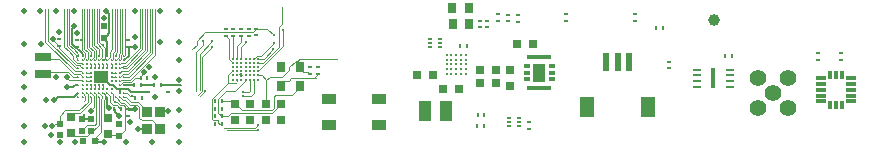
<source format=gtl>
G04*
G04 #@! TF.GenerationSoftware,Altium Limited,Altium Designer,24.5.2 (23)*
G04*
G04 Layer_Physical_Order=1*
G04 Layer_Color=255*
%FSLAX44Y44*%
%MOMM*%
G71*
G04*
G04 #@! TF.SameCoordinates,592061D7-B9A1-4A66-9416-76F5012AC85A*
G04*
G04*
G04 #@! TF.FilePolarity,Positive*
G04*
G01*
G75*
%ADD12C,0.1500*%
%ADD13C,0.1250*%
%ADD14C,0.2500*%
%ADD17C,0.2000*%
%ADD20C,0.2540*%
%ADD22R,0.8000X0.7500*%
%ADD23R,0.2700X0.3000*%
%ADD24R,0.3000X0.2700*%
G04:AMPARAMS|DCode=25|XSize=0.2339mm|YSize=0.2339mm|CornerRadius=0.117mm|HoleSize=0mm|Usage=FLASHONLY|Rotation=0.000|XOffset=0mm|YOffset=0mm|HoleType=Round|Shape=RoundedRectangle|*
%AMROUNDEDRECTD25*
21,1,0.2339,0.0000,0,0,0.0*
21,1,0.0000,0.2339,0,0,0.0*
1,1,0.2339,0.0000,0.0000*
1,1,0.2339,0.0000,0.0000*
1,1,0.2339,0.0000,0.0000*
1,1,0.2339,0.0000,0.0000*
%
%ADD25ROUNDEDRECTD25*%
%ADD26R,0.6500X0.8499*%
%ADD27R,1.2000X1.8000*%
%ADD28R,0.6000X1.5500*%
%ADD29R,1.2000X0.9500*%
%ADD30R,0.3500X0.2000*%
%ADD31R,0.7620X0.8128*%
%ADD32R,0.3000X0.8000*%
%ADD33R,0.9250X0.3000*%
%ADD34R,0.7112X0.2540*%
%ADD35R,0.3048X1.7018*%
%ADD36C,0.1930*%
%ADD39C,0.1700*%
%ADD40R,0.7500X0.8000*%
%ADD41R,1.1300X1.8200*%
%ADD42R,0.5000X0.6000*%
%ADD43R,0.6000X0.5000*%
%ADD44R,1.4000X0.7500*%
%ADD45R,0.8500X0.9500*%
%ADD75C,1.0000*%
%ADD76R,0.5500X0.3500*%
%ADD77R,1.1000X1.5000*%
%ADD78R,2.1000X0.3500*%
%ADD79C,0.0889*%
%ADD80C,0.1050*%
%ADD81C,0.1700*%
%ADD82C,0.1650*%
%ADD83C,0.1580*%
%ADD84R,1.2500X1.0000*%
%ADD85C,1.4001*%
%ADD86C,0.2339*%
%ADD87C,0.2000*%
%ADD88C,0.5000*%
%ADD89C,0.2500*%
D12*
X45200Y87905D02*
X54235Y78869D01*
Y77515D02*
Y78869D01*
X72500Y92500D02*
Y93000D01*
Y92000D02*
Y92500D01*
X75000Y115250D02*
X76925Y113325D01*
Y96925D02*
Y113325D01*
X72500Y93000D02*
X74250Y94750D01*
X74750D01*
X93000Y85400D02*
X98400D01*
X93150Y77652D02*
Y85250D01*
X89536Y74038D02*
X93150Y77652D01*
X93000Y85400D02*
X93150Y85250D01*
X89288Y74038D02*
X89536D01*
X89250Y74000D02*
X89288Y74038D01*
X74750Y94750D02*
X76925Y96925D01*
X74250Y90250D02*
X74371D01*
X75250Y77500D02*
Y89372D01*
X74371Y90250D02*
X75250Y89372D01*
X72500Y92000D02*
X74250Y90250D01*
X45200Y87905D02*
Y100700D01*
X85750Y46000D02*
Y49500D01*
X65500Y4250D02*
X72500D01*
X75250Y34852D02*
Y42500D01*
X54235Y77515D02*
X54250Y77500D01*
X45200Y100700D02*
X47000Y102500D01*
D13*
X61250Y67350D02*
Y70500D01*
X64750Y67350D02*
Y70500D01*
X68250Y67350D02*
Y70500D01*
X71750Y67350D02*
Y70500D01*
X78750Y67350D02*
Y70500D01*
X75250Y67350D02*
Y70500D01*
X78750Y63500D02*
X82250D01*
X78750Y60000D02*
X82250D01*
X71750Y49500D02*
Y52650D01*
X61250Y49500D02*
Y52650D01*
X61250Y52650D02*
X61250Y52650D01*
X64750Y49500D02*
Y52650D01*
X64750Y52650D02*
X64750Y52650D01*
X68250Y49500D02*
Y52650D01*
X68250Y52650D02*
X68250Y52650D01*
X57750Y63500D02*
X61250D01*
X57750Y60000D02*
X61250D01*
X57750Y56500D02*
X61250D01*
D14*
X93000Y32350D02*
X93100Y32250D01*
X98250D01*
D17*
X81500Y30250D02*
X85000Y26750D01*
X120454Y30850D02*
X126844D01*
X120052Y30448D02*
X120454Y30850D01*
X101250Y15714D02*
X108318Y15714D01*
X108552Y15948D01*
X53750Y24000D02*
X55246Y25496D01*
Y28246D01*
X81500Y30250D02*
Y32150D01*
X55246Y28246D02*
X55750Y28750D01*
X61750Y24000D02*
X62000D01*
X54000D02*
X61750D01*
X63000D02*
X63250Y24250D01*
X81150Y32500D02*
X81500Y32150D01*
D20*
X187536Y62230D02*
X188766Y61000D01*
X187536Y62230D02*
Y62500D01*
D22*
X209776Y36595D02*
D03*
Y23094D02*
D03*
X195806Y36595D02*
D03*
Y23094D02*
D03*
X183614Y36595D02*
D03*
Y23094D02*
D03*
X221968Y36595D02*
D03*
Y23094D02*
D03*
X416250Y52250D02*
D03*
Y65750D02*
D03*
X75750Y11750D02*
D03*
Y25250D02*
D03*
X44250Y26000D02*
D03*
Y12500D02*
D03*
D23*
X171860Y19684D02*
D03*
X166160D02*
D03*
X171860Y32892D02*
D03*
X166160D02*
D03*
X171860Y39242D02*
D03*
X166160D02*
D03*
X171860Y26288D02*
D03*
X166160D02*
D03*
X545600Y101000D02*
D03*
X539900D02*
D03*
X393950Y18250D02*
D03*
X388250D02*
D03*
X394500Y27250D02*
D03*
X388800D02*
D03*
X603850Y77250D02*
D03*
X598150D02*
D03*
X379633Y86250D02*
D03*
X373933Y86250D02*
D03*
X86850Y32500D02*
D03*
X81150D02*
D03*
X98900Y41500D02*
D03*
X104600D02*
D03*
X103601Y53001D02*
D03*
X97901Y53001D02*
D03*
X103400Y58750D02*
D03*
X109100D02*
D03*
X114901Y53001D02*
D03*
X120601Y53001D02*
D03*
D24*
X253718Y68001D02*
D03*
Y62300D02*
D03*
X246860Y68001D02*
D03*
Y62300D02*
D03*
X195092Y100531D02*
D03*
Y94831D02*
D03*
X188614Y100531D02*
D03*
Y94831D02*
D03*
X181756Y100277D02*
D03*
Y94577D02*
D03*
X175406Y100277D02*
D03*
Y94577D02*
D03*
X201442Y94873D02*
D03*
Y100573D02*
D03*
X550750Y72750D02*
D03*
Y67050D02*
D03*
X423000Y112100D02*
D03*
Y106400D02*
D03*
X414000Y112600D02*
D03*
Y106900D02*
D03*
X432250Y21500D02*
D03*
Y15800D02*
D03*
X522294Y113109D02*
D03*
Y107409D02*
D03*
X463791Y113109D02*
D03*
Y107409D02*
D03*
X405538Y113109D02*
D03*
Y107409D02*
D03*
X696750Y74150D02*
D03*
Y79850D02*
D03*
X677000Y74150D02*
D03*
Y79850D02*
D03*
X396500Y107350D02*
D03*
X390500D02*
D03*
X396500Y101650D02*
D03*
X390500D02*
D03*
X126250Y52850D02*
D03*
Y47150D02*
D03*
X34500Y91850D02*
D03*
Y86150D02*
D03*
X93000Y32350D02*
D03*
Y26650D02*
D03*
X109250Y47150D02*
D03*
Y52850D02*
D03*
X49500Y91100D02*
D03*
Y85400D02*
D03*
X93000Y91100D02*
D03*
Y85400D02*
D03*
D25*
X181749Y75000D02*
D03*
X185250D02*
D03*
X188750D02*
D03*
X192250D02*
D03*
X195750D02*
D03*
X199250D02*
D03*
X202750D02*
D03*
X181749Y71500D02*
D03*
X185250D02*
D03*
X188750D02*
D03*
X192250D02*
D03*
X195750D02*
D03*
X199250D02*
D03*
X202750D02*
D03*
X181749Y68000D02*
D03*
X185250D02*
D03*
X188750D02*
D03*
X192250D02*
D03*
X195750D02*
D03*
X199250D02*
D03*
X202750D02*
D03*
X181749Y64500D02*
D03*
X185250D02*
D03*
X188750D02*
D03*
X192250D02*
D03*
X195750D02*
D03*
X199250D02*
D03*
X202750D02*
D03*
X181749Y61000D02*
D03*
X185250D02*
D03*
X188750D02*
D03*
X192250D02*
D03*
X195750D02*
D03*
X199250D02*
D03*
X202750D02*
D03*
X181749Y57500D02*
D03*
X185250D02*
D03*
X188750D02*
D03*
X192250D02*
D03*
X195750D02*
D03*
X199250D02*
D03*
X202750D02*
D03*
D26*
X238346Y52321D02*
D03*
X221846D02*
D03*
Y67820D02*
D03*
X238346D02*
D03*
D27*
X533250Y34000D02*
D03*
X481250D02*
D03*
D28*
X517250Y72750D02*
D03*
X507250D02*
D03*
X497250D02*
D03*
D29*
X305000Y40750D02*
D03*
Y19250D02*
D03*
X263000Y40750D02*
D03*
Y19250D02*
D03*
D30*
X415000Y18000D02*
D03*
Y21500D02*
D03*
Y25000D02*
D03*
X423500Y18000D02*
D03*
Y21500D02*
D03*
Y25000D02*
D03*
X356500Y84750D02*
D03*
X348000Y91750D02*
D03*
X356500D02*
D03*
Y88250D02*
D03*
X348000Y84750D02*
D03*
Y88250D02*
D03*
D31*
X381485Y104500D02*
D03*
X367515D02*
D03*
X367265Y118000D02*
D03*
X381235D02*
D03*
D32*
X687000Y61750D02*
D03*
X692000D02*
D03*
X697000D02*
D03*
Y36250D02*
D03*
X692000D02*
D03*
X687000D02*
D03*
D33*
X704875Y59000D02*
D03*
Y54000D02*
D03*
Y49000D02*
D03*
Y44000D02*
D03*
Y39000D02*
D03*
X679125D02*
D03*
Y44000D02*
D03*
Y49000D02*
D03*
Y54000D02*
D03*
Y59000D02*
D03*
D34*
X574371Y66001D02*
D03*
Y61001D02*
D03*
Y56001D02*
D03*
Y51001D02*
D03*
X602312D02*
D03*
Y56001D02*
D03*
Y61001D02*
D03*
Y66001D02*
D03*
D35*
X588341Y58501D02*
D03*
D36*
X378500Y78500D02*
D03*
X374500Y74500D02*
D03*
Y78500D02*
D03*
X378500Y74500D02*
D03*
Y70500D02*
D03*
X374500D02*
D03*
X370500Y78500D02*
D03*
Y74500D02*
D03*
X366500D02*
D03*
X370500Y66500D02*
D03*
Y70500D02*
D03*
X378500Y62500D02*
D03*
Y66500D02*
D03*
X374500D02*
D03*
Y62500D02*
D03*
X370500D02*
D03*
X366500Y70500D02*
D03*
X366500Y78500D02*
D03*
X362500Y74500D02*
D03*
Y78500D02*
D03*
Y66500D02*
D03*
Y70500D02*
D03*
X366500Y62500D02*
D03*
Y66500D02*
D03*
X362500Y62500D02*
D03*
D39*
X50750Y77500D02*
D03*
X61250Y70500D02*
D03*
X64750D02*
D03*
X68250D02*
D03*
X71750D02*
D03*
X57750Y74000D02*
D03*
X54250Y70500D02*
D03*
X75250D02*
D03*
X78750D02*
D03*
X82250D02*
D03*
X85750D02*
D03*
X54250Y77500D02*
D03*
X61250D02*
D03*
X68250D02*
D03*
X75250D02*
D03*
X82250D02*
D03*
X89250D02*
D03*
X54250Y74000D02*
D03*
X61250D02*
D03*
X64750D02*
D03*
X68250D02*
D03*
X71750D02*
D03*
X75250D02*
D03*
X78750D02*
D03*
X82250D02*
D03*
X85750D02*
D03*
X89250D02*
D03*
X50750Y67000D02*
D03*
X54250D02*
D03*
X57750D02*
D03*
X82250D02*
D03*
X85750D02*
D03*
X89250D02*
D03*
X54250Y63500D02*
D03*
X57750D02*
D03*
X64750D02*
D03*
X68250D02*
D03*
X71750D02*
D03*
X75250D02*
D03*
X82250D02*
D03*
X85750D02*
D03*
X50750Y60000D02*
D03*
X54250D02*
D03*
X57750D02*
D03*
X64750D02*
D03*
X68250D02*
D03*
X71750D02*
D03*
X75250D02*
D03*
X82250D02*
D03*
X85750D02*
D03*
X89250D02*
D03*
X54250Y56500D02*
D03*
X57750D02*
D03*
X64750D02*
D03*
X68250D02*
D03*
X71750D02*
D03*
X75250D02*
D03*
X82250D02*
D03*
X85750D02*
D03*
X50750Y53000D02*
D03*
X54250D02*
D03*
X57750D02*
D03*
X78750Y56500D02*
D03*
X85750Y53000D02*
D03*
X89250D02*
D03*
X54250Y49500D02*
D03*
X57750D02*
D03*
X61250D02*
D03*
X64750D02*
D03*
X68250D02*
D03*
X71750D02*
D03*
X75250D02*
D03*
X78750D02*
D03*
X85750D02*
D03*
X50750Y46000D02*
D03*
X54250D02*
D03*
X57750D02*
D03*
X61250D02*
D03*
X64750D02*
D03*
X68250D02*
D03*
X71750D02*
D03*
X75250D02*
D03*
X78750D02*
D03*
X85750D02*
D03*
X89250D02*
D03*
X50750Y42500D02*
D03*
X54250D02*
D03*
X61250D02*
D03*
X68250D02*
D03*
X75250D02*
D03*
X82250D02*
D03*
X85750D02*
D03*
X89250D02*
D03*
X57750Y70500D02*
D03*
X50750Y74000D02*
D03*
D40*
X421750Y88000D02*
D03*
X404533Y54250D02*
D03*
Y65750D02*
D03*
X359033Y49250D02*
D03*
X337283Y61000D02*
D03*
X435250Y88000D02*
D03*
X391033Y54250D02*
D03*
X372533Y49250D02*
D03*
X350783Y61000D02*
D03*
X391033Y65750D02*
D03*
D41*
X344183Y31250D02*
D03*
X361883Y31250D02*
D03*
D42*
X53750Y14000D02*
D03*
Y24000D02*
D03*
X34750Y10250D02*
D03*
Y20250D02*
D03*
X61750Y24000D02*
D03*
Y14000D02*
D03*
X72500Y102500D02*
D03*
Y92500D02*
D03*
X85250Y10000D02*
D03*
X85250Y20000D02*
D03*
D43*
X64500Y5250D02*
D03*
X54500D02*
D03*
D44*
X21000Y62250D02*
D03*
Y76750D02*
D03*
D45*
X120052Y15948D02*
D03*
X108552D02*
D03*
X108552Y30448D02*
D03*
X120052Y30448D02*
D03*
D75*
X588750Y108000D02*
D03*
D76*
X451250Y63500D02*
D03*
Y69000D02*
D03*
Y58000D02*
D03*
X430750Y69000D02*
D03*
Y58000D02*
D03*
X430750Y63500D02*
D03*
D77*
X441000D02*
D03*
D78*
Y76250D02*
D03*
Y50750D02*
D03*
D79*
X205886Y61000D02*
X209776Y57110D01*
X202750Y61000D02*
X205886D01*
X180486Y64500D02*
X181749D01*
Y75000D02*
Y94571D01*
X181756Y94577D01*
X181710Y71500D02*
X181749D01*
X188614Y89553D02*
Y94831D01*
X185250Y86188D02*
X188614Y89553D01*
X185250Y75000D02*
Y86188D01*
X177946Y75264D02*
Y92037D01*
Y75264D02*
X181710Y71500D01*
X175406Y94577D02*
X177946Y92037D01*
X246710Y62300D02*
X246860D01*
X238346Y66820D02*
X241151Y64015D01*
X238346Y66820D02*
Y67820D01*
X244995Y64015D02*
X246710Y62300D01*
X241151Y64015D02*
X244995D01*
X251162Y59158D02*
Y59894D01*
Y59158D02*
X251683Y58637D01*
X251162Y59894D02*
X253568Y62300D01*
X221846Y53320D02*
X224651Y56126D01*
X221846Y52321D02*
Y53320D01*
X224651Y56126D02*
X228593D01*
X231104Y58637D02*
X251683D01*
X228593Y56126D02*
X231104Y58637D01*
X231350Y44325D02*
X238346Y51321D01*
Y52321D01*
X171860Y39242D02*
X181116D01*
X185250Y55948D02*
Y57500D01*
X177378Y61392D02*
X180486Y64500D01*
X170326Y19684D02*
X171860D01*
X168843Y21167D02*
X170326Y19684D01*
X163477Y41295D02*
X164258Y42076D01*
X177378Y54911D02*
Y61392D01*
X163477Y24236D02*
Y41295D01*
X164543Y42076D02*
X177378Y54911D01*
X164258Y42076D02*
X164543D01*
X168843Y21167D02*
Y22934D01*
X164258Y23455D02*
X168323D01*
X163477Y24236D02*
X164258Y23455D01*
X168323D02*
X168843Y22934D01*
X221718Y36595D02*
X221968D01*
X188947Y31511D02*
X214328D01*
X215872Y33055D01*
X169010Y29288D02*
X171860Y26438D01*
Y26288D02*
Y26438D01*
X169010Y29288D02*
Y41128D01*
X176033Y48151D01*
X199250Y75040D02*
X202060Y77850D01*
X199250Y75000D02*
Y75040D01*
X188750Y75000D02*
Y85117D01*
X182250Y38209D02*
X188947Y31511D01*
X188750Y85117D02*
X192678Y89045D01*
X155848Y86505D02*
Y89807D01*
X155086Y76599D02*
X163976Y85489D01*
X153308Y79393D02*
X163976Y90061D01*
X150514Y81171D02*
X155848Y86505D01*
X155086Y47592D02*
Y76599D01*
X151864Y44370D02*
X155086Y47592D01*
X153308Y48328D02*
Y79393D01*
X150514Y48049D02*
Y81171D01*
X220823Y85088D02*
Y101950D01*
X202750Y71500D02*
X207236D01*
X202750Y64500D02*
X202790D01*
X220823Y101950D02*
X223158Y104285D01*
Y119324D01*
X215872Y42897D02*
X217300Y44325D01*
X231350D01*
X215872Y33055D02*
Y42897D01*
X223482Y60070D02*
X229013Y65601D01*
X237636Y74821D02*
X269386D01*
X229013Y65601D02*
Y67872D01*
X236218Y73403D02*
X237636Y74821D01*
X234543Y73403D02*
X236218D01*
X229013Y67872D02*
X234543Y73403D01*
X209776Y57110D02*
X212736Y60070D01*
X209776Y36595D02*
Y57110D01*
X212736Y60070D02*
X223482D01*
X150713Y86958D02*
Y90514D01*
X146848Y83093D02*
X150713Y86958D01*
Y90514D02*
X157793Y97594D01*
X198312D01*
X201292Y100573D02*
X201442D01*
X198312Y97594D02*
X201292Y100573D01*
X202060Y77850D02*
X205105D01*
X223920Y85630D02*
Y99205D01*
X202750Y75000D02*
X207436D01*
X215461Y83026D01*
X202790Y64500D02*
X223920Y85630D01*
X207236Y71500D02*
X220823Y85088D01*
X205105Y77850D02*
X216046Y88791D01*
X210647Y100573D02*
X215961Y95259D01*
X201442Y100573D02*
X210647D01*
X217650Y32527D02*
X221718Y36595D01*
X217650Y32318D02*
Y32527D01*
X214635Y29303D02*
X217650Y32318D01*
X177172Y26288D02*
X180187Y29303D01*
X214635D01*
X171860Y26288D02*
X177172D01*
X173628Y16909D02*
X200298D01*
X202838Y19449D01*
X176168Y14623D02*
X202330D01*
X181116Y39242D02*
X181682Y38677D01*
X182199Y38159D01*
X153642Y43633D02*
X158160Y48151D01*
X181682Y38677D02*
X181732Y38727D01*
X184301Y54911D02*
X185250Y55859D01*
X177378Y54911D02*
X184301D01*
X189630Y43579D02*
X196488D01*
X199250Y46341D01*
Y57500D01*
X195229Y47389D02*
X195750Y47910D01*
X189868Y47389D02*
X195229D01*
X176033Y48151D02*
X182941D01*
X192250Y57460D02*
Y57500D01*
X182941Y48151D02*
X192250Y57460D01*
X195750Y47910D02*
Y57500D01*
D80*
X50750Y77500D02*
Y79000D01*
X46750Y83000D02*
X50750Y79000D01*
X42875Y86942D02*
X46750Y83067D01*
Y83000D02*
Y83067D01*
X42875Y86942D02*
Y117500D01*
X57750Y74000D02*
X58825Y75075D01*
Y80538D01*
X55650Y83713D02*
X58825Y80538D01*
X55650Y83713D02*
Y117500D01*
X96250Y43938D02*
X97788D01*
X94062D02*
X96250D01*
X79825Y40434D02*
X81759Y38500D01*
X75750Y11000D02*
X86000D01*
X97788Y43938D02*
X98725Y43000D01*
X92000Y46000D02*
X94062Y43938D01*
X82285Y42535D02*
X86846Y37975D01*
X35000Y20250D02*
Y26835D01*
X103400Y58750D02*
Y60888D01*
X98325Y58750D02*
X103400D01*
X86250Y32500D02*
X86850D01*
X83075Y35675D02*
X86250Y32500D01*
X78750Y46000D02*
X79825Y44925D01*
X75250Y46000D02*
X77675Y43575D01*
X85976Y35875D02*
X88625D01*
X86846Y37975D02*
X89495D01*
X77675Y38330D02*
Y43575D01*
X85750Y42500D02*
X88175Y40075D01*
X80330Y35675D02*
X83075D01*
X88175Y40075D02*
X90365D01*
X83373Y38478D02*
X85976Y35875D01*
X64500Y5250D02*
Y7750D01*
X70025Y13275D01*
X71750Y74000D02*
X72825Y75075D01*
X68250Y88932D02*
X72825Y84357D01*
X53550Y82843D02*
Y117500D01*
X86825Y75075D02*
Y78505D01*
X84675Y76425D02*
Y79324D01*
X85725Y80374D01*
X85750Y70500D02*
X86825Y71575D01*
X82250Y74000D02*
X84675Y76425D01*
X85750Y74000D02*
X86825Y75075D01*
Y78505D02*
X87825Y79505D01*
X89250Y77676D02*
X89925Y78351D01*
X89250Y77500D02*
Y77676D01*
X91181Y69425D02*
X104850Y83094D01*
X88175Y69425D02*
X91181D01*
X90361Y71575D02*
X102750Y83964D01*
X86825Y71575D02*
X90361D01*
X115350Y78745D02*
Y117500D01*
X104850Y83094D02*
Y117500D01*
X106950Y82225D02*
Y117500D01*
X111150Y80485D02*
Y117500D01*
X109050Y81355D02*
Y117500D01*
X113250Y79615D02*
Y117500D01*
X102750Y83964D02*
Y117500D01*
X103400Y60888D02*
X106068Y63556D01*
X89250Y46000D02*
X92000D01*
X86825Y64575D02*
X92270D01*
X89250Y67000D02*
X91726D01*
X85750Y63500D02*
X86825Y64575D01*
X85750Y67000D02*
X88175Y69425D01*
X95000Y55425D02*
X98325Y58750D01*
X88175Y55425D02*
X95000D01*
X86825Y57575D02*
X94180D01*
X88175Y62425D02*
X93090D01*
X89250Y60000D02*
X93635D01*
X77675Y76425D02*
Y81234D01*
X79425Y82984D01*
X79825Y75075D02*
Y80414D01*
X81525Y82114D01*
X82250Y77500D02*
Y79869D01*
X83625Y81244D01*
X75250Y74000D02*
X77675Y76425D01*
X78750Y74000D02*
X79825Y75075D01*
X68250Y88932D02*
Y117500D01*
X68250Y74000D02*
Y74071D01*
X70675Y76495D02*
Y83537D01*
X68250Y74071D02*
X70675Y76495D01*
X72825Y75075D02*
Y84357D01*
X68250Y77500D02*
Y82992D01*
X94180Y57575D02*
X115350Y78745D01*
X93090Y62425D02*
X111150Y80485D01*
X92270Y64575D02*
X109050Y81355D01*
X93635Y60000D02*
X113250Y79615D01*
X91726Y67000D02*
X106950Y82225D01*
X21000Y62250D02*
X22986Y64236D01*
X100808Y38425D02*
X101075D01*
X99250D02*
X100808D01*
X101075D02*
X104525Y34975D01*
X99938Y36325D02*
X102325Y33938D01*
X58825Y38787D02*
Y44925D01*
X120052Y15948D02*
Y16448D01*
X22986Y64236D02*
X42236D01*
X34441Y75000D02*
X47016Y62425D01*
X24850Y90531D02*
X48381Y67000D01*
X48876Y69475D02*
X51825D01*
X34500Y83851D02*
X48876Y69475D01*
X51825Y62425D02*
X54250Y60000D01*
X47016Y62425D02*
X51825D01*
X46471Y60000D02*
X50750D01*
X56675Y39925D02*
Y43575D01*
X55750Y39000D02*
X56675Y39925D01*
X47836Y64575D02*
X49750D01*
X113250Y23250D02*
X120052Y16448D01*
X102325Y25243D02*
Y33938D01*
X104525Y34975D02*
X105312Y34188D01*
X104525Y34975D02*
X105312Y34188D01*
X106750Y32750D01*
X104525Y34975D02*
X104525D01*
X105312Y34188D02*
X105312D01*
X106750Y32250D02*
Y32750D01*
X22750Y89661D02*
X47836Y64575D01*
X22750Y89661D02*
Y117500D01*
X24850Y90531D02*
Y117500D01*
X98500Y36325D02*
X99938D01*
X90365Y40075D02*
X94115Y36325D01*
X89250Y42500D02*
X90910D01*
X94985Y38425D01*
X98500Y36325D02*
X98500Y36325D01*
X94115Y36325D02*
X98500D01*
X99250Y38425D02*
Y38425D01*
X94985Y38425D02*
X99250D01*
X22750Y75000D02*
X34441D01*
X21000Y76750D02*
X22750Y75000D01*
X104318Y23250D02*
X113250D01*
X102325Y25243D02*
X104318Y23250D01*
X79425Y82984D02*
Y117594D01*
X29250Y91400D02*
X34500Y86150D01*
X29250Y91400D02*
Y92000D01*
X38675Y85202D02*
Y117500D01*
X40775Y86072D02*
Y117500D01*
X89925Y78351D02*
Y117654D01*
X56675Y76425D02*
Y79718D01*
X57750Y84583D02*
Y117500D01*
Y84583D02*
X61250Y81083D01*
X59850Y85453D02*
Y117500D01*
Y85453D02*
X63675Y81627D01*
X61250Y77500D02*
Y81083D01*
X53550Y82843D02*
X56675Y79718D01*
X46225Y75096D02*
Y77585D01*
X44500Y82280D02*
X48325Y78455D01*
Y76425D02*
Y78455D01*
X42310Y81500D02*
X46225Y77585D01*
X42310Y81500D02*
Y81567D01*
X44500Y82280D02*
Y82347D01*
X42925Y57575D02*
X53175D01*
X54250Y56500D01*
X42236Y64236D02*
X46471Y60000D01*
X41000Y59500D02*
X42925Y57575D01*
X85750Y60000D02*
X88175Y62425D01*
X71750Y46000D02*
X72825Y44925D01*
X57750Y46000D02*
X58825Y44925D01*
X85750Y53000D02*
X88175Y55425D01*
X85750Y56500D02*
X86825Y57575D01*
X48075Y9425D02*
X57872D01*
X70025Y13275D02*
Y40845D01*
X65000Y5250D02*
X66975Y7225D01*
X72125Y28125D02*
Y39976D01*
X61000Y32000D02*
X63675Y34675D01*
X64477Y19000D02*
X65825Y20348D01*
X52233Y29225D02*
X61250Y38242D01*
X48225Y29225D02*
X52233D01*
X39665Y31500D02*
X51538D01*
X70675Y41496D02*
Y43575D01*
X61250Y46000D02*
X63675Y43575D01*
Y34675D02*
Y43575D01*
X67925Y41999D02*
X68250Y42324D01*
X70025Y40845D02*
X70675Y41496D01*
X51538Y31500D02*
X58825Y38787D01*
X61250Y38242D02*
Y42500D01*
X54250Y46000D02*
X56675Y43575D01*
X86000Y11000D02*
X89775Y14775D01*
X55725Y16475D02*
X58250Y19000D01*
X81759Y38500D02*
X82237D01*
X35000Y26835D02*
X39665Y31500D01*
X30940Y20250D02*
X34750D01*
X28940Y18250D02*
X30940Y20250D01*
X28500Y18250D02*
X28940D01*
X45000Y12500D02*
X48075Y9425D01*
X45000Y26000D02*
X48225Y29225D01*
X75500Y24500D02*
X75750D01*
X72275Y27725D02*
X75500Y24500D01*
X72275Y27725D02*
Y27975D01*
X72125Y28125D02*
X72275Y27975D01*
X79825Y40434D02*
Y42250D01*
X79825Y42250D02*
X79825Y42250D01*
X79825Y42250D02*
Y44925D01*
X65825Y20348D02*
Y44925D01*
X57872Y9425D02*
X67925Y19478D01*
Y41999D01*
X58250Y19000D02*
X64477D01*
X81522Y38478D02*
X82259D01*
X82237Y38500D02*
X82259Y38478D01*
X49750Y64575D02*
X49750Y64575D01*
X48325Y76425D02*
X50750Y74000D01*
X92810Y32540D02*
X93000Y32350D01*
X92810Y32540D02*
Y34660D01*
X89495Y37975D02*
X92810Y34660D01*
X88625Y35875D02*
X89775Y34725D01*
X82259Y38478D02*
X83373D01*
X81500Y38500D02*
X81522Y38478D01*
X77675Y38330D02*
X79877Y36127D01*
X72825Y40676D02*
Y44925D01*
X72125Y39976D02*
X72825Y40676D01*
X68250Y42324D02*
Y42500D01*
Y46000D02*
X70675Y43575D01*
X79877Y36127D02*
X79877D01*
X80330Y35675D01*
X89775Y14775D02*
Y34725D01*
X81525Y82114D02*
Y117594D01*
X83625Y81244D02*
Y117594D01*
X85725Y80374D02*
Y117594D01*
X87825Y79505D02*
Y117594D01*
X64750Y46000D02*
X65825Y44925D01*
X66150Y88062D02*
Y117500D01*
Y88062D02*
X70675Y83537D01*
X61950Y86322D02*
Y117500D01*
Y86322D02*
X65825Y82447D01*
Y75075D02*
Y82447D01*
X63675Y76425D02*
Y81627D01*
X64050Y87192D02*
X68250Y82992D01*
X64050Y87192D02*
Y117500D01*
X64750Y74000D02*
X65825Y75075D01*
X61250Y74000D02*
X63675Y76425D01*
X48381Y67000D02*
X50750D01*
X49745Y71575D02*
X53175D01*
X46225Y75096D02*
X49745Y71575D01*
X49750Y64575D02*
X53175D01*
X54250Y63500D01*
X53175Y71575D02*
X54250Y70500D01*
X51825Y69425D02*
X54250Y67000D01*
X54250Y74000D02*
X56675Y76425D01*
X34500Y83851D02*
Y86150D01*
X38675Y85202D02*
X42310Y81567D01*
X40775Y86072D02*
X44500Y82347D01*
D81*
X85750Y49500D02*
X93000D01*
X47750Y53000D02*
X50750D01*
X46000Y51250D02*
X47750Y53000D01*
X41250Y51250D02*
X46000D01*
X83205Y49500D02*
X85750D01*
X75250Y55545D02*
Y56500D01*
Y55545D02*
X77795Y53000D01*
X79705D01*
X83205Y49500D01*
X95350Y47150D02*
X109250D01*
X93000Y49500D02*
X95350Y47150D01*
D82*
X89250Y53000D02*
X97899D01*
X103599Y52999D02*
X114899D01*
X120417Y52887D02*
X137250D01*
D83*
X30000Y40000D02*
X33000Y43000D01*
X47250D01*
X50227Y45977D01*
X50727D01*
X50750Y46000D01*
D84*
X70000Y60000D02*
D03*
D85*
X639050Y45800D02*
D03*
X651750Y33100D02*
D03*
Y58500D02*
D03*
X626350D02*
D03*
Y33100D02*
D03*
D86*
X185250Y71500D02*
D03*
X188750D02*
D03*
X192250D02*
D03*
X195750D02*
D03*
X199250D02*
D03*
Y68000D02*
D03*
Y64500D02*
D03*
Y61000D02*
D03*
X195750D02*
D03*
X192250D02*
D03*
X188750D02*
D03*
X185250D02*
D03*
Y68000D02*
D03*
X188750D02*
D03*
X192250D02*
D03*
X195750D02*
D03*
Y64500D02*
D03*
X192250D02*
D03*
X189630Y43579D02*
D03*
X188750Y64500D02*
D03*
X185250D02*
D03*
D87*
X238346Y67820D02*
D03*
X192678Y89045D02*
D03*
X195002Y94442D02*
D03*
X163976Y90061D02*
D03*
Y85489D02*
D03*
X155848Y89807D02*
D03*
X215961Y95259D02*
D03*
X223920Y99205D02*
D03*
X215461Y83026D02*
D03*
X216046Y88791D02*
D03*
X202838Y19449D02*
D03*
X202330Y14623D02*
D03*
X158160Y48151D02*
D03*
X181732Y38727D02*
D03*
X189868Y47389D02*
D03*
D88*
X441000Y59500D02*
D03*
Y67500D02*
D03*
X18500Y115500D02*
D03*
X4500Y87750D02*
D03*
X47250Y115500D02*
D03*
X98400D02*
D03*
X74250Y115250D02*
D03*
X98400Y93250D02*
D03*
X31750Y115500D02*
D03*
X18750Y87750D02*
D03*
X34500Y97500D02*
D03*
X72500Y109500D02*
D03*
X47000Y102500D02*
D03*
X4500Y115500D02*
D03*
X29250Y92000D02*
D03*
X49500Y96750D02*
D03*
X4500Y18000D02*
D03*
X113250Y4500D02*
D03*
X91250D02*
D03*
X28500Y18250D02*
D03*
X47750Y4750D02*
D03*
X4500Y4500D02*
D03*
X98250Y32250D02*
D03*
X76250Y33750D02*
D03*
X85000Y26750D02*
D03*
X61000Y31250D02*
D03*
X135500Y57500D02*
D03*
X115500Y59500D02*
D03*
X66500Y57500D02*
D03*
X73500D02*
D03*
X135500Y4500D02*
D03*
X94000Y21500D02*
D03*
X135500Y18250D02*
D03*
Y32000D02*
D03*
Y48250D02*
D03*
Y73750D02*
D03*
X119750Y89250D02*
D03*
X135500Y89750D02*
D03*
Y115500D02*
D03*
X119750D02*
D03*
X72500Y4250D02*
D03*
X98400Y85400D02*
D03*
X106068Y63556D02*
D03*
X115250Y42500D02*
D03*
X73500Y62500D02*
D03*
X66500D02*
D03*
X4500Y63000D02*
D03*
X41250Y51250D02*
D03*
X41000Y59500D02*
D03*
X35000Y4250D02*
D03*
X4500Y40000D02*
D03*
X27750Y10250D02*
D03*
X126844Y30850D02*
D03*
X101250Y15714D02*
D03*
X31750Y59750D02*
D03*
X22250Y18000D02*
D03*
X23500Y40000D02*
D03*
X4500Y51250D02*
D03*
X30000Y40000D02*
D03*
X110750Y68000D02*
D03*
D89*
X61250Y67350D02*
D03*
X64750D02*
D03*
X68250D02*
D03*
X71750D02*
D03*
X81500Y38500D02*
D03*
X71500Y86750D02*
D03*
X52750Y91000D02*
D03*
X96250Y43938D02*
D03*
X71750Y52650D02*
D03*
X78750Y56500D02*
D03*
X82250Y56500D02*
D03*
X75250Y49500D02*
D03*
X61250Y52650D02*
D03*
X64750D02*
D03*
X68250D02*
D03*
X78750Y49500D02*
D03*
X61250Y60000D02*
D03*
Y56500D02*
D03*
X72100Y73900D02*
D03*
X57750Y70500D02*
D03*
X82250D02*
D03*
Y67000D02*
D03*
X57750D02*
D03*
X78750Y60000D02*
D03*
Y63500D02*
D03*
X78750Y67350D02*
D03*
X75250D02*
D03*
X61250Y63500D02*
D03*
X57750Y49500D02*
D03*
Y53000D02*
D03*
M02*

</source>
